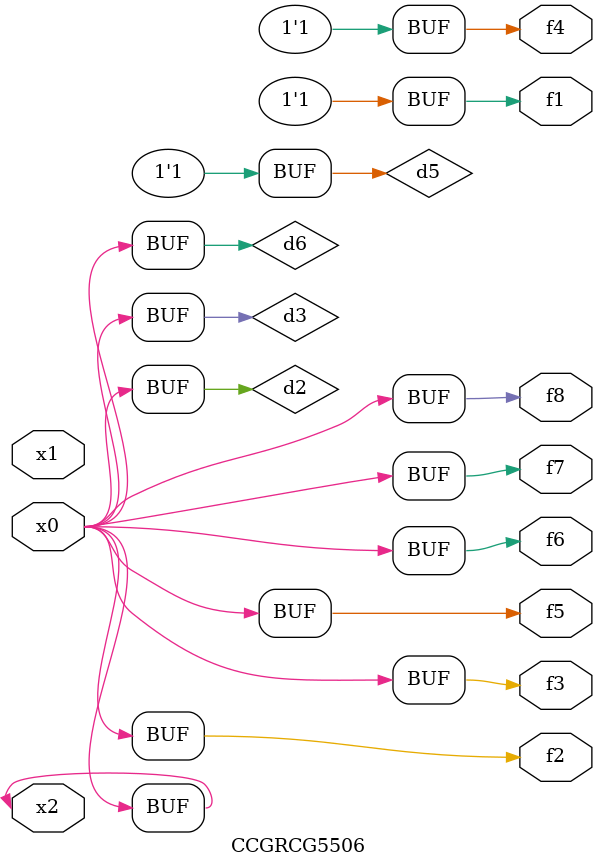
<source format=v>
module CCGRCG5506(
	input x0, x1, x2,
	output f1, f2, f3, f4, f5, f6, f7, f8
);

	wire d1, d2, d3, d4, d5, d6;

	xnor (d1, x2);
	buf (d2, x0, x2);
	and (d3, x0);
	xnor (d4, x1, x2);
	nand (d5, d1, d3);
	buf (d6, d2, d3);
	assign f1 = d5;
	assign f2 = d6;
	assign f3 = d6;
	assign f4 = d5;
	assign f5 = d6;
	assign f6 = d6;
	assign f7 = d6;
	assign f8 = d6;
endmodule

</source>
